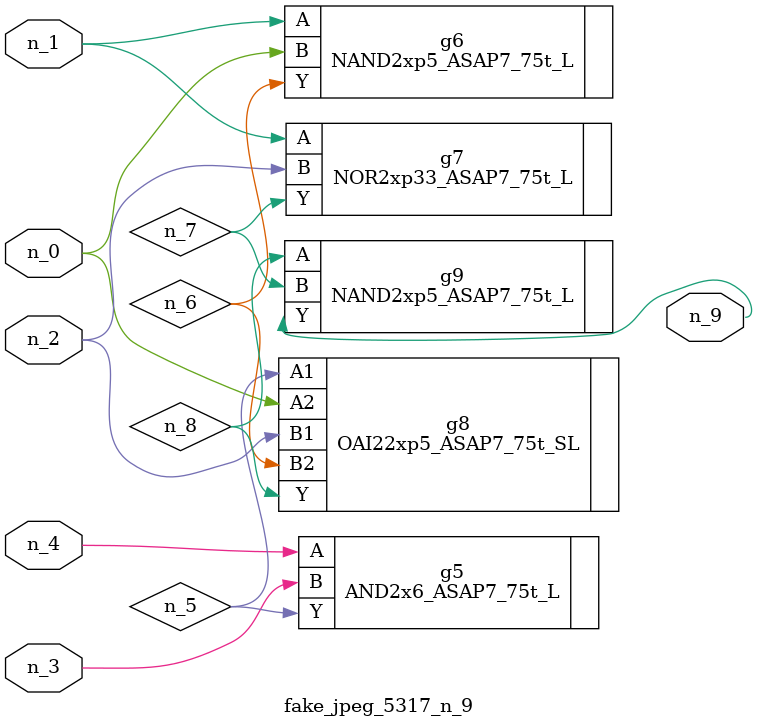
<source format=v>
module fake_jpeg_5317_n_9 (n_3, n_2, n_1, n_0, n_4, n_9);

input n_3;
input n_2;
input n_1;
input n_0;
input n_4;

output n_9;

wire n_8;
wire n_6;
wire n_5;
wire n_7;

AND2x6_ASAP7_75t_L g5 ( 
.A(n_4),
.B(n_3),
.Y(n_5)
);

NAND2xp5_ASAP7_75t_L g6 ( 
.A(n_1),
.B(n_0),
.Y(n_6)
);

NOR2xp33_ASAP7_75t_L g7 ( 
.A(n_1),
.B(n_2),
.Y(n_7)
);

OAI22xp5_ASAP7_75t_SL g8 ( 
.A1(n_5),
.A2(n_0),
.B1(n_2),
.B2(n_6),
.Y(n_8)
);

NAND2xp5_ASAP7_75t_L g9 ( 
.A(n_8),
.B(n_7),
.Y(n_9)
);


endmodule
</source>
